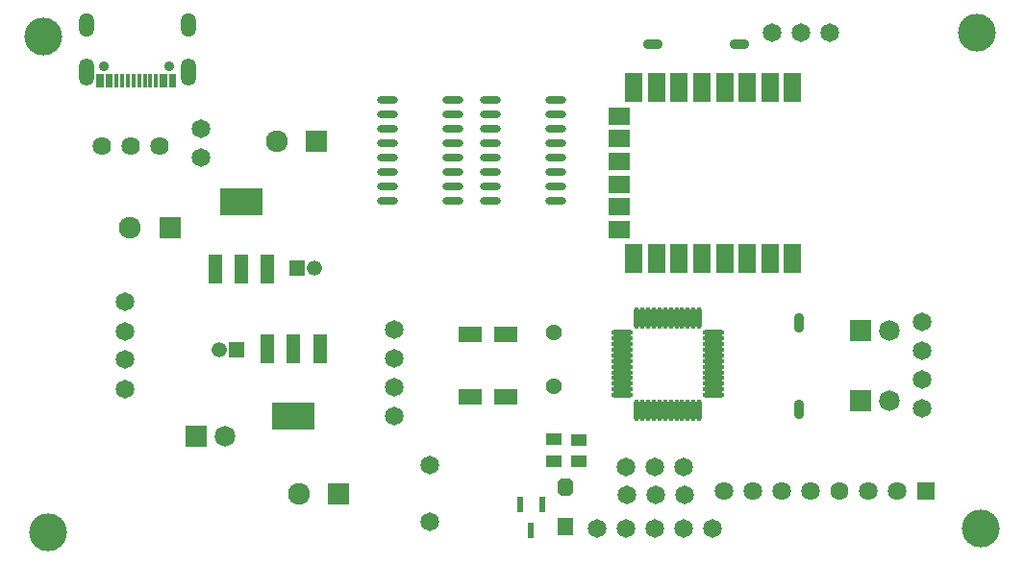
<source format=gts>
G04*
G04 #@! TF.GenerationSoftware,Altium Limited,Altium Designer,23.3.1 (30)*
G04*
G04 Layer_Color=8388736*
%FSLAX25Y25*%
%MOIN*%
G70*
G04*
G04 #@! TF.SameCoordinates,0926E253-2B7E-4DA0-91A0-339D2320E812*
G04*
G04*
G04 #@! TF.FilePolarity,Negative*
G04*
G01*
G75*
%ADD37R,0.01681X0.05028*%
%ADD38O,0.01681X0.07587*%
%ADD39O,0.07587X0.01681*%
%ADD40O,0.07270X0.02605*%
%ADD41R,0.06012X0.10343*%
%ADD42R,0.07193X0.06012*%
G04:AMPARAMS|DCode=43|XSize=64.06mil|YSize=30.59mil|CornerRadius=8.9mil|HoleSize=0mil|Usage=FLASHONLY|Rotation=180.000|XOffset=0mil|YOffset=0mil|HoleType=Round|Shape=RoundedRectangle|*
%AMROUNDEDRECTD43*
21,1,0.06406,0.01280,0,0,180.0*
21,1,0.04626,0.03059,0,0,180.0*
1,1,0.01780,-0.02313,0.00640*
1,1,0.01780,0.02313,0.00640*
1,1,0.01780,0.02313,-0.00640*
1,1,0.01780,-0.02313,-0.00640*
%
%ADD43ROUNDEDRECTD43*%
G04:AMPARAMS|DCode=44|XSize=64.06mil|YSize=30.59mil|CornerRadius=8.9mil|HoleSize=0mil|Usage=FLASHONLY|Rotation=270.000|XOffset=0mil|YOffset=0mil|HoleType=Round|Shape=RoundedRectangle|*
%AMROUNDEDRECTD44*
21,1,0.06406,0.01280,0,0,270.0*
21,1,0.04626,0.03059,0,0,270.0*
1,1,0.01780,-0.00640,-0.02313*
1,1,0.01780,-0.00640,0.02313*
1,1,0.01780,0.00640,0.02313*
1,1,0.01780,0.00640,-0.02313*
%
%ADD44ROUNDEDRECTD44*%
%ADD45R,0.05500X0.04000*%
G04:AMPARAMS|DCode=46|XSize=60mil|YSize=55mil|CornerRadius=0mil|HoleSize=0mil|Usage=FLASHONLY|Rotation=90.000|XOffset=0mil|YOffset=0mil|HoleType=Round|Shape=Octagon|*
%AMOCTAGOND46*
4,1,8,0.01375,0.03000,-0.01375,0.03000,-0.02750,0.01625,-0.02750,-0.01625,-0.01375,-0.03000,0.01375,-0.03000,0.02750,-0.01625,0.02750,0.01625,0.01375,0.03000,0.0*
%
%ADD46OCTAGOND46*%

%ADD47R,0.05500X0.06000*%
%ADD48R,0.02468X0.05224*%
%ADD49R,0.04731X0.10243*%
%ADD50R,0.14575X0.09614*%
%ADD51R,0.01680X0.05020*%
%ADD52R,0.01681X0.05028*%
%ADD53R,0.01680X0.05020*%
%ADD54R,0.07980X0.05618*%
%ADD55C,0.06500*%
%ADD56C,0.07193*%
%ADD57R,0.07193X0.07193*%
%ADD58C,0.05618*%
%ADD59C,0.06406*%
%ADD60C,0.06306*%
%ADD61R,0.06406X0.06406*%
%ADD62R,0.07587X0.07587*%
%ADD63C,0.07587*%
%ADD64R,0.05224X0.05224*%
%ADD65C,0.05224*%
%ADD66C,0.06400*%
%ADD67O,0.05224X0.09555*%
%ADD68O,0.05224X0.08374*%
%ADD69C,0.03453*%
%ADD70C,0.13098*%
D37*
X189674Y395655D02*
D03*
X186525Y395656D02*
D03*
X198730Y395662D02*
D03*
X202667D02*
D03*
X212903Y395662D02*
D03*
X209753Y395672D02*
D03*
D38*
X373219Y313479D02*
D03*
X375188D02*
D03*
X377156D02*
D03*
X379125D02*
D03*
X381093D02*
D03*
X383062D02*
D03*
X385030D02*
D03*
X386999D02*
D03*
X388967D02*
D03*
X390936D02*
D03*
X392904D02*
D03*
X394873D02*
D03*
Y281589D02*
D03*
X392904D02*
D03*
X390936D02*
D03*
X388967D02*
D03*
X386999D02*
D03*
X385030D02*
D03*
X383062D02*
D03*
X381093D02*
D03*
X379125D02*
D03*
X377156D02*
D03*
X375188D02*
D03*
X373219D02*
D03*
D39*
X399991Y308361D02*
D03*
Y306392D02*
D03*
Y304423D02*
D03*
Y302455D02*
D03*
Y300486D02*
D03*
Y298518D02*
D03*
Y296550D02*
D03*
Y294581D02*
D03*
Y292613D02*
D03*
Y290644D02*
D03*
Y288675D02*
D03*
Y286707D02*
D03*
X368101D02*
D03*
Y288675D02*
D03*
Y290644D02*
D03*
Y292613D02*
D03*
Y294581D02*
D03*
Y296550D02*
D03*
Y298518D02*
D03*
Y300486D02*
D03*
Y302455D02*
D03*
Y304423D02*
D03*
Y306392D02*
D03*
Y308361D02*
D03*
D40*
X309339Y353957D02*
D03*
X309339Y358957D02*
D03*
X309339Y363957D02*
D03*
Y368957D02*
D03*
Y373957D02*
D03*
Y378957D02*
D03*
X286721Y353957D02*
D03*
X286721Y358957D02*
D03*
X286721Y363957D02*
D03*
Y368957D02*
D03*
Y373957D02*
D03*
Y378957D02*
D03*
X286721Y383957D02*
D03*
X286721Y388957D02*
D03*
X309339D02*
D03*
X309339Y383957D02*
D03*
X345106Y353957D02*
D03*
X345106Y358957D02*
D03*
X345106Y363957D02*
D03*
Y368957D02*
D03*
Y373957D02*
D03*
Y378957D02*
D03*
X322488Y353957D02*
D03*
X322488Y358957D02*
D03*
X322488Y363957D02*
D03*
Y368957D02*
D03*
Y373957D02*
D03*
Y378957D02*
D03*
X322488Y383957D02*
D03*
X322488Y388957D02*
D03*
X345106D02*
D03*
X345106Y383957D02*
D03*
D41*
X427313Y393530D02*
D03*
X419439Y393530D02*
D03*
X411564D02*
D03*
X403690D02*
D03*
X395816D02*
D03*
X387943D02*
D03*
X380068D02*
D03*
X372195Y393527D02*
D03*
Y334081D02*
D03*
X380068Y334075D02*
D03*
X387943Y334070D02*
D03*
X395816Y334073D02*
D03*
X403690Y334076D02*
D03*
X411564Y334073D02*
D03*
X419439Y334074D02*
D03*
X427313Y334073D02*
D03*
D42*
X367072Y383485D02*
D03*
X367077Y375619D02*
D03*
X367075Y367750D02*
D03*
Y359873D02*
D03*
X367075Y352002D02*
D03*
X367073Y344128D02*
D03*
D43*
X378770Y408362D02*
D03*
X408709D02*
D03*
D44*
X429500Y311864D02*
D03*
Y281925D02*
D03*
D45*
X353051Y263713D02*
D03*
X353051Y271193D02*
D03*
X344399Y271290D02*
D03*
Y263810D02*
D03*
D46*
X348500Y254750D02*
D03*
D47*
Y241250D02*
D03*
D48*
X336624Y239876D02*
D03*
X332884Y248876D02*
D03*
X340364D02*
D03*
D49*
X227112Y330519D02*
D03*
X236167D02*
D03*
X245222D02*
D03*
X263360Y302799D02*
D03*
X254305D02*
D03*
X245250D02*
D03*
D50*
X236167Y353905D02*
D03*
X254305Y279413D02*
D03*
D51*
X194794Y395656D02*
D03*
D52*
X187706D02*
D03*
X190856Y395656D02*
D03*
X192824Y395656D02*
D03*
X196761D02*
D03*
X200698Y395656D02*
D03*
X204635D02*
D03*
X208572Y395672D02*
D03*
X211722Y395662D02*
D03*
D53*
X206604Y395656D02*
D03*
D54*
X327979Y307839D02*
D03*
X327979Y286185D02*
D03*
X315381D02*
D03*
X315381Y307839D02*
D03*
D55*
X379823Y252062D02*
D03*
X389823D02*
D03*
X369823D02*
D03*
X301617Y242719D02*
D03*
Y262404D02*
D03*
X195760Y318951D02*
D03*
X195820Y308930D02*
D03*
Y288930D02*
D03*
Y298952D02*
D03*
X289000Y279500D02*
D03*
Y289500D02*
D03*
Y299500D02*
D03*
Y309500D02*
D03*
X430068Y412425D02*
D03*
X420068D02*
D03*
X440068D02*
D03*
X472111Y312126D02*
D03*
X472172Y302106D02*
D03*
Y282106D02*
D03*
Y292127D02*
D03*
X379633Y261713D02*
D03*
X389633D02*
D03*
X369633D02*
D03*
X399637Y240561D02*
D03*
X379637Y240561D02*
D03*
X389616D02*
D03*
X359617Y240500D02*
D03*
X369617Y240500D02*
D03*
X222174Y369003D02*
D03*
Y379003D02*
D03*
D56*
X230437Y272558D02*
D03*
X460717Y309154D02*
D03*
X460717Y284874D02*
D03*
D57*
X220437Y272558D02*
D03*
X450717Y309154D02*
D03*
X450717Y284874D02*
D03*
D58*
X344353Y308563D02*
D03*
Y289666D02*
D03*
D59*
X423500Y253500D02*
D03*
X413500D02*
D03*
X403500D02*
D03*
X463500D02*
D03*
X453500D02*
D03*
X433500D02*
D03*
D60*
X443500D02*
D03*
D61*
X473500D02*
D03*
D62*
X269810Y252562D02*
D03*
X262294Y374743D02*
D03*
X211344Y344833D02*
D03*
D63*
X256030Y252562D02*
D03*
X248515Y374743D02*
D03*
X197564Y344833D02*
D03*
D64*
X234499Y302437D02*
D03*
X255577Y330629D02*
D03*
D65*
X228593Y302437D02*
D03*
X261482Y330629D02*
D03*
D66*
X207786Y373177D02*
D03*
X197786D02*
D03*
X187786D02*
D03*
D67*
X217774Y398805D02*
D03*
X182341Y398805D02*
D03*
D68*
X182342Y415144D02*
D03*
X217775Y415144D02*
D03*
D69*
X188336Y400774D02*
D03*
X211092D02*
D03*
D70*
X492500Y240500D02*
D03*
X169000Y239000D02*
D03*
X491000Y412500D02*
D03*
X167500Y411000D02*
D03*
M02*

</source>
